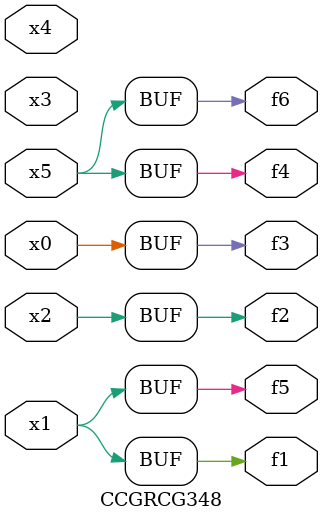
<source format=v>
module CCGRCG348(
	input x0, x1, x2, x3, x4, x5,
	output f1, f2, f3, f4, f5, f6
);
	assign f1 = x1;
	assign f2 = x2;
	assign f3 = x0;
	assign f4 = x5;
	assign f5 = x1;
	assign f6 = x5;
endmodule

</source>
